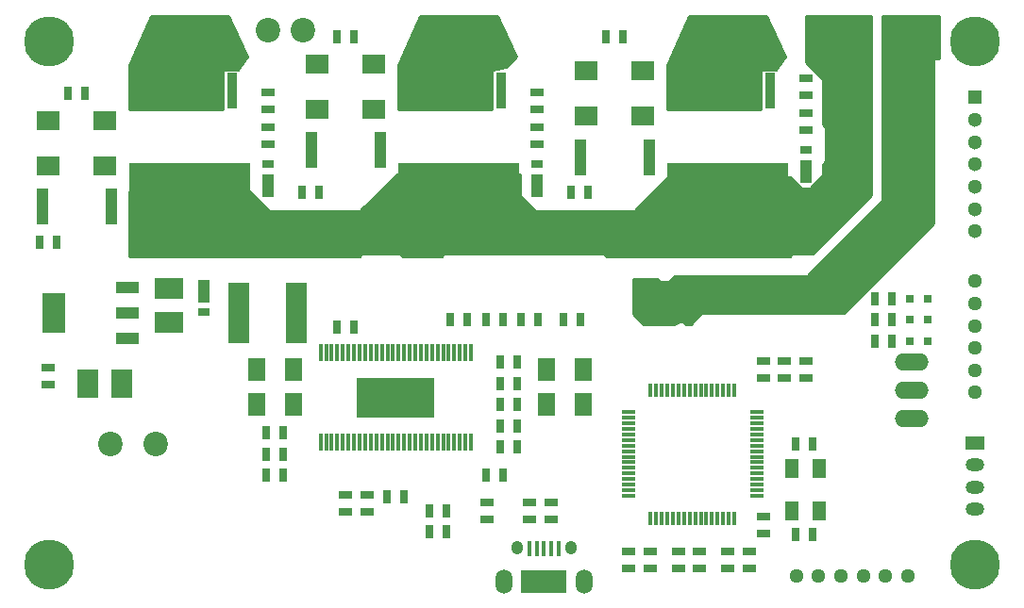
<source format=gts>
G04 #@! TF.FileFunction,Soldermask,Top*
%FSLAX46Y46*%
G04 Gerber Fmt 4.6, Leading zero omitted, Abs format (unit mm)*
G04 Created by KiCad (PCBNEW 4.0.7-e1-6374~58~ubuntu14.04.1) date Fri Aug 18 12:15:01 2017*
%MOMM*%
%LPD*%
G01*
G04 APERTURE LIST*
%ADD10C,0.100000*%
%ADD11R,1.524000X2.032000*%
%ADD12R,1.143000X0.635000*%
%ADD13R,0.635000X1.143000*%
%ADD14R,1.950720X2.499360*%
%ADD15R,1.849120X5.499100*%
%ADD16R,2.499360X1.950720*%
%ADD17R,1.100000X0.800000*%
%ADD18R,1.100000X2.000000*%
%ADD19R,2.159000X1.778000*%
%ADD20O,3.048000X1.524000*%
%ADD21C,1.300480*%
%ADD22R,1.300000X1.300000*%
%ADD23C,1.300000*%
%ADD24R,5.000000X4.000000*%
%ADD25R,1.699260X1.198880*%
%ADD26O,1.699260X1.198880*%
%ADD27R,10.800080X8.150860*%
%ADD28R,0.899160X3.200400*%
%ADD29R,1.000000X3.200000*%
%ADD30R,1.300480X0.300000*%
%ADD31R,0.300000X1.300480*%
%ADD32R,2.032000X3.657600*%
%ADD33R,2.032000X1.016000*%
%ADD34R,0.299720X1.501140*%
%ADD35R,7.000240X3.599180*%
%ADD36R,0.400000X1.350000*%
%ADD37O,1.050000X1.250000*%
%ADD38O,1.500000X2.200000*%
%ADD39R,4.100000X2.000000*%
%ADD40R,1.198880X1.800860*%
%ADD41R,0.800000X0.800000*%
%ADD42C,4.500000*%
%ADD43C,2.200000*%
%ADD44R,2.400000X2.400000*%
%ADD45C,2.400000*%
%ADD46C,0.254000*%
G04 APERTURE END LIST*
D10*
D11*
X89916000Y-65405000D03*
X86614000Y-65405000D03*
D12*
X106045000Y-78613000D03*
X106045000Y-80137000D03*
X95885000Y-81788000D03*
X95885000Y-83312000D03*
X102870000Y-81788000D03*
X102870000Y-83312000D03*
X100330000Y-81788000D03*
X100330000Y-83312000D03*
D11*
X89916000Y-68580000D03*
X86614000Y-68580000D03*
X60579000Y-68580000D03*
X63881000Y-68580000D03*
D13*
X110490000Y-80264000D03*
X108966000Y-80264000D03*
D12*
X68580000Y-76708000D03*
X68580000Y-78232000D03*
D13*
X77597000Y-80010000D03*
X76073000Y-80010000D03*
X72263000Y-76835000D03*
X73787000Y-76835000D03*
X82677000Y-74930000D03*
X81153000Y-74930000D03*
D12*
X41910000Y-65278000D03*
X41910000Y-66802000D03*
D14*
X45466000Y-66675000D03*
X48514000Y-66675000D03*
D12*
X70485000Y-76708000D03*
X70485000Y-78232000D03*
D13*
X69342000Y-61595000D03*
X67818000Y-61595000D03*
X77978000Y-60960000D03*
X79502000Y-60960000D03*
X81153000Y-60960000D03*
X82677000Y-60960000D03*
X108966000Y-72136000D03*
X110490000Y-72136000D03*
D11*
X60579000Y-65405000D03*
X63881000Y-65405000D03*
D12*
X106045000Y-64643000D03*
X106045000Y-66167000D03*
D13*
X43688000Y-40640000D03*
X45212000Y-40640000D03*
X67818000Y-35560000D03*
X69342000Y-35560000D03*
X91948000Y-35560000D03*
X93472000Y-35560000D03*
D15*
X59019440Y-60325000D03*
X64170560Y-60325000D03*
D13*
X77597000Y-78105000D03*
X76073000Y-78105000D03*
X62992000Y-71120000D03*
X61468000Y-71120000D03*
D16*
X52705000Y-58166000D03*
X52705000Y-61214000D03*
D13*
X83947000Y-64770000D03*
X82423000Y-64770000D03*
X83947000Y-66675000D03*
X82423000Y-66675000D03*
X83947000Y-68580000D03*
X82423000Y-68580000D03*
X83947000Y-70485000D03*
X82423000Y-70485000D03*
X83947000Y-72390000D03*
X82423000Y-72390000D03*
D17*
X61595000Y-47010000D03*
D18*
X61595000Y-48910000D03*
D17*
X85725000Y-47010000D03*
D18*
X85725000Y-48910000D03*
D17*
X109855000Y-45740000D03*
D18*
X109855000Y-47640000D03*
D19*
X46990000Y-47117000D03*
X46990000Y-43053000D03*
X41910000Y-43053000D03*
X41910000Y-47117000D03*
X71120000Y-42037000D03*
X71120000Y-37973000D03*
X66040000Y-37973000D03*
X66040000Y-42037000D03*
X95250000Y-42672000D03*
X95250000Y-38608000D03*
X90170000Y-38608000D03*
X90170000Y-42672000D03*
D17*
X55880000Y-60305000D03*
D18*
X55880000Y-58405000D03*
D20*
X119380000Y-69850000D03*
X119380000Y-67310000D03*
X119380000Y-64770000D03*
D21*
X112999240Y-84000000D03*
X115000760Y-84000000D03*
X116999740Y-84000000D03*
X119001260Y-84000000D03*
X111000260Y-84000000D03*
X108998740Y-84000000D03*
X125000000Y-63500760D03*
X125000000Y-61499240D03*
X125000000Y-59500260D03*
X125000000Y-57498740D03*
X125000000Y-65499740D03*
X125000000Y-67501260D03*
D22*
X125000000Y-40995440D03*
D23*
X125000000Y-44998480D03*
X125000000Y-42996960D03*
X125000000Y-46997460D03*
X125000000Y-48998980D03*
X125000000Y-51000500D03*
X125000000Y-52999480D03*
D24*
X112395000Y-35560000D03*
X119380000Y-35560000D03*
X102870000Y-35560000D03*
X78740000Y-35560000D03*
X54610000Y-35560000D03*
D25*
X125000000Y-71997720D03*
D26*
X125000000Y-76000760D03*
X125000000Y-73999240D03*
X125000000Y-77999740D03*
D27*
X54610000Y-50985420D03*
D28*
X58420000Y-40383460D03*
X57150000Y-40383460D03*
X55880000Y-40383460D03*
X53340000Y-40383460D03*
X52070000Y-40383460D03*
X50800000Y-40383460D03*
D27*
X78740000Y-50985420D03*
D28*
X82550000Y-40383460D03*
X81280000Y-40383460D03*
X80010000Y-40383460D03*
X77470000Y-40383460D03*
X76200000Y-40383460D03*
X74930000Y-40383460D03*
D27*
X102870000Y-50985420D03*
D28*
X106680000Y-40383460D03*
X105410000Y-40383460D03*
X104140000Y-40383460D03*
X101600000Y-40383460D03*
X100330000Y-40383460D03*
X99060000Y-40383460D03*
D12*
X109855000Y-64643000D03*
X109855000Y-66167000D03*
X107950000Y-64643000D03*
X107950000Y-66167000D03*
X81280000Y-78867000D03*
X81280000Y-77343000D03*
X98425000Y-83312000D03*
X98425000Y-81788000D03*
X104775000Y-83312000D03*
X104775000Y-81788000D03*
X93980000Y-83312000D03*
X93980000Y-81788000D03*
D29*
X47550000Y-50800000D03*
X41350000Y-50800000D03*
X71680000Y-45720000D03*
X65480000Y-45720000D03*
D13*
X61468000Y-74930000D03*
X62992000Y-74930000D03*
X62992000Y-73025000D03*
X61468000Y-73025000D03*
X117602000Y-62865000D03*
X116078000Y-62865000D03*
X90297000Y-49530000D03*
X88773000Y-49530000D03*
X66167000Y-49530000D03*
X64643000Y-49530000D03*
D12*
X61595000Y-43688000D03*
X61595000Y-45212000D03*
D13*
X41148000Y-53975000D03*
X42672000Y-53975000D03*
D12*
X85725000Y-43688000D03*
X85725000Y-45212000D03*
D13*
X117602000Y-60960000D03*
X116078000Y-60960000D03*
X117602000Y-59055000D03*
X116078000Y-59055000D03*
D29*
X95810000Y-46355000D03*
X89610000Y-46355000D03*
D12*
X109855000Y-42418000D03*
X109855000Y-43942000D03*
D13*
X89662000Y-60960000D03*
X88138000Y-60960000D03*
X85852000Y-60960000D03*
X84328000Y-60960000D03*
D12*
X85090000Y-77343000D03*
X85090000Y-78867000D03*
X86995000Y-77343000D03*
X86995000Y-78867000D03*
D30*
X105445560Y-75275440D03*
X105445560Y-74775060D03*
X105445560Y-74274680D03*
X105445560Y-73774300D03*
X105445560Y-73273920D03*
X105445560Y-76774040D03*
X105445560Y-76276200D03*
X105445560Y-75775820D03*
D31*
X103444040Y-67274440D03*
X102946200Y-67274440D03*
X102445820Y-67274440D03*
X101945440Y-67274440D03*
X101445060Y-67274440D03*
X100944680Y-67274440D03*
X100444300Y-67274440D03*
X99943920Y-67274440D03*
D30*
X93944440Y-69275960D03*
X93944440Y-69773800D03*
X93944440Y-70274180D03*
X93944440Y-70774560D03*
X93944440Y-71274940D03*
X93944440Y-71775320D03*
X93944440Y-72275700D03*
X93944440Y-72776080D03*
D31*
X95945960Y-78775560D03*
X96443800Y-78775560D03*
X96944180Y-78775560D03*
X97444560Y-78775560D03*
X97944940Y-78775560D03*
X98445320Y-78775560D03*
X98945700Y-78775560D03*
X99446080Y-78775560D03*
D30*
X105445560Y-72776080D03*
X105445560Y-72275700D03*
X105445560Y-71775320D03*
D31*
X99446080Y-67274440D03*
X98945700Y-67274440D03*
X98445320Y-67274440D03*
D30*
X93944440Y-73273920D03*
X93944440Y-73774300D03*
X93944440Y-74274680D03*
D31*
X99943920Y-78775560D03*
X100444300Y-78775560D03*
X100944680Y-78775560D03*
D30*
X105445560Y-71274940D03*
X105445560Y-70774560D03*
X105445560Y-70274180D03*
X105445560Y-69773800D03*
X105445560Y-69275960D03*
D31*
X97944940Y-67274440D03*
X97444560Y-67274440D03*
X96944180Y-67274440D03*
X96443800Y-67274440D03*
X95945960Y-67274440D03*
D30*
X93944440Y-74775060D03*
X93944440Y-75275440D03*
X93944440Y-75775820D03*
X93944440Y-76276200D03*
X93944440Y-76774040D03*
D31*
X101445060Y-78775560D03*
X101945440Y-78775560D03*
X102445820Y-78775560D03*
X102946200Y-78775560D03*
X103444040Y-78775560D03*
D32*
X42418000Y-60325000D03*
D33*
X49022000Y-60325000D03*
X49022000Y-58039000D03*
X49022000Y-62611000D03*
D34*
X75328780Y-63944500D03*
X74828400Y-63944500D03*
X74328020Y-63944500D03*
X73827640Y-63944500D03*
X73327260Y-63944500D03*
X72829420Y-63944500D03*
X72329040Y-63944500D03*
X71828660Y-63944500D03*
X71328280Y-63944500D03*
X70827900Y-63944500D03*
X70327520Y-63944500D03*
X79827120Y-63944500D03*
X79329280Y-63944500D03*
X78828900Y-63944500D03*
X74328020Y-71945500D03*
X77828140Y-63944500D03*
X77327760Y-63944500D03*
X76827380Y-63944500D03*
X76329540Y-63944500D03*
X75829160Y-63944500D03*
X71828660Y-71945500D03*
X72329040Y-71945500D03*
X72829420Y-71945500D03*
X73327260Y-71945500D03*
X73827640Y-71945500D03*
X78328520Y-63944500D03*
X74828400Y-71945500D03*
X75328780Y-71945500D03*
X75829160Y-71945500D03*
X76329540Y-71945500D03*
X76827380Y-71945500D03*
X77327760Y-71945500D03*
X77828140Y-71945500D03*
X66329560Y-71945500D03*
X66827400Y-71945500D03*
X67327780Y-71945500D03*
X67828160Y-71945500D03*
X68328540Y-71945500D03*
X68828920Y-71945500D03*
X69329300Y-71945500D03*
X69827140Y-71945500D03*
X70327520Y-71945500D03*
X70827900Y-71945500D03*
X71328280Y-71945500D03*
X78328520Y-71945500D03*
X78828900Y-71945500D03*
X79329280Y-71945500D03*
X79827120Y-71945500D03*
X69827140Y-63944500D03*
X69329300Y-63944500D03*
X68828920Y-63944500D03*
X68328540Y-63944500D03*
X67828160Y-63944500D03*
X67327780Y-63944500D03*
X66827400Y-63944500D03*
X66329560Y-63944500D03*
D35*
X73025000Y-67945000D03*
D36*
X85060000Y-81555000D03*
X85710000Y-81555000D03*
X86360000Y-81555000D03*
X87010000Y-81555000D03*
X87660000Y-81555000D03*
D37*
X83935000Y-81455000D03*
X88785000Y-81455000D03*
D38*
X82760000Y-84455000D03*
X89960000Y-84455000D03*
D39*
X86360000Y-84455000D03*
D40*
X108605320Y-78099920D03*
X111104680Y-78099920D03*
X111104680Y-74300080D03*
X108605320Y-74300080D03*
D41*
X119215000Y-60960000D03*
X120815000Y-60960000D03*
X119215000Y-59055000D03*
X120815000Y-59055000D03*
X119215000Y-62865000D03*
X120815000Y-62865000D03*
D12*
X61595000Y-40513000D03*
X61595000Y-42037000D03*
X85725000Y-40513000D03*
X85725000Y-42037000D03*
X109855000Y-39243000D03*
X109855000Y-40767000D03*
D42*
X125010000Y-36000000D03*
X42010000Y-36000000D03*
X125010000Y-83000000D03*
X42010000Y-83000000D03*
D13*
X115443000Y-46355000D03*
X116967000Y-46355000D03*
X115443000Y-48895000D03*
X116967000Y-48895000D03*
D43*
X64770000Y-34925000D03*
X61595000Y-34925000D03*
X51562000Y-72136000D03*
X47498000Y-72136000D03*
D44*
X113665000Y-40005000D03*
D45*
X118665000Y-40005000D03*
D44*
X113665000Y-43180000D03*
D45*
X118665000Y-43180000D03*
D46*
G36*
X115697000Y-49731394D02*
X110437394Y-54991000D01*
X108712000Y-54991000D01*
X108662590Y-55001006D01*
X108622197Y-55028197D01*
X108405394Y-55245000D01*
X92000606Y-55245000D01*
X91783803Y-55028197D01*
X91741789Y-55000334D01*
X91694000Y-54991000D01*
X77470000Y-54991000D01*
X77420590Y-55001006D01*
X77380197Y-55028197D01*
X77163394Y-55245000D01*
X73712606Y-55245000D01*
X73495803Y-55028197D01*
X73453789Y-55000334D01*
X73406000Y-54991000D01*
X70104000Y-54991000D01*
X70054590Y-55001006D01*
X70014197Y-55028197D01*
X69797394Y-55245000D01*
X49149000Y-55245000D01*
X49149000Y-49403000D01*
X59891394Y-49403000D01*
X61632197Y-51143803D01*
X61674211Y-51171666D01*
X61722000Y-51181000D01*
X69850000Y-51181000D01*
X69899410Y-51170994D01*
X69939803Y-51143803D01*
X73204606Y-47879000D01*
X84201000Y-47879000D01*
X84201000Y-49784000D01*
X84211006Y-49833410D01*
X84238197Y-49873803D01*
X85508197Y-51143803D01*
X85550211Y-51171666D01*
X85598000Y-51181000D01*
X94488000Y-51181000D01*
X94537410Y-51170994D01*
X94577803Y-51143803D01*
X97371803Y-48349803D01*
X97399666Y-48307789D01*
X97409000Y-48260000D01*
X97409000Y-48133000D01*
X108405394Y-48133000D01*
X109384197Y-49111803D01*
X109426211Y-49139666D01*
X109474000Y-49149000D01*
X110236000Y-49149000D01*
X110285410Y-49138994D01*
X110325803Y-49111803D01*
X111341803Y-48095803D01*
X111369666Y-48053789D01*
X111379000Y-48006000D01*
X111379000Y-47042606D01*
X111595803Y-46825803D01*
X111623666Y-46783789D01*
X111633000Y-46736000D01*
X111633000Y-43688000D01*
X111622994Y-43638590D01*
X111595803Y-43598197D01*
X111379000Y-43381394D01*
X111379000Y-39370000D01*
X111368994Y-39320590D01*
X111341803Y-39280197D01*
X109855000Y-37793394D01*
X109855000Y-33655000D01*
X115697000Y-33655000D01*
X115697000Y-49731394D01*
X115697000Y-49731394D01*
G37*
X115697000Y-49731394D02*
X110437394Y-54991000D01*
X108712000Y-54991000D01*
X108662590Y-55001006D01*
X108622197Y-55028197D01*
X108405394Y-55245000D01*
X92000606Y-55245000D01*
X91783803Y-55028197D01*
X91741789Y-55000334D01*
X91694000Y-54991000D01*
X77470000Y-54991000D01*
X77420590Y-55001006D01*
X77380197Y-55028197D01*
X77163394Y-55245000D01*
X73712606Y-55245000D01*
X73495803Y-55028197D01*
X73453789Y-55000334D01*
X73406000Y-54991000D01*
X70104000Y-54991000D01*
X70054590Y-55001006D01*
X70014197Y-55028197D01*
X69797394Y-55245000D01*
X49149000Y-55245000D01*
X49149000Y-49403000D01*
X59891394Y-49403000D01*
X61632197Y-51143803D01*
X61674211Y-51171666D01*
X61722000Y-51181000D01*
X69850000Y-51181000D01*
X69899410Y-51170994D01*
X69939803Y-51143803D01*
X73204606Y-47879000D01*
X84201000Y-47879000D01*
X84201000Y-49784000D01*
X84211006Y-49833410D01*
X84238197Y-49873803D01*
X85508197Y-51143803D01*
X85550211Y-51171666D01*
X85598000Y-51181000D01*
X94488000Y-51181000D01*
X94537410Y-51170994D01*
X94577803Y-51143803D01*
X97371803Y-48349803D01*
X97399666Y-48307789D01*
X97409000Y-48260000D01*
X97409000Y-48133000D01*
X108405394Y-48133000D01*
X109384197Y-49111803D01*
X109426211Y-49139666D01*
X109474000Y-49149000D01*
X110236000Y-49149000D01*
X110285410Y-49138994D01*
X110325803Y-49111803D01*
X111341803Y-48095803D01*
X111369666Y-48053789D01*
X111379000Y-48006000D01*
X111379000Y-47042606D01*
X111595803Y-46825803D01*
X111623666Y-46783789D01*
X111633000Y-46736000D01*
X111633000Y-43688000D01*
X111622994Y-43638590D01*
X111595803Y-43598197D01*
X111379000Y-43381394D01*
X111379000Y-39370000D01*
X111368994Y-39320590D01*
X111341803Y-39280197D01*
X109855000Y-37793394D01*
X109855000Y-33655000D01*
X115697000Y-33655000D01*
X115697000Y-49731394D01*
G36*
X108055566Y-37320244D02*
X107126961Y-38481000D01*
X105918000Y-38481000D01*
X105868590Y-38491006D01*
X105826965Y-38519447D01*
X105799685Y-38561841D01*
X105791000Y-38608000D01*
X105791000Y-42037000D01*
X97409000Y-42037000D01*
X97409000Y-38126952D01*
X99396534Y-33655000D01*
X106345119Y-33655000D01*
X108055566Y-37320244D01*
X108055566Y-37320244D01*
G37*
X108055566Y-37320244D02*
X107126961Y-38481000D01*
X105918000Y-38481000D01*
X105868590Y-38491006D01*
X105826965Y-38519447D01*
X105799685Y-38561841D01*
X105791000Y-38608000D01*
X105791000Y-42037000D01*
X97409000Y-42037000D01*
X97409000Y-38126952D01*
X99396534Y-33655000D01*
X106345119Y-33655000D01*
X108055566Y-37320244D01*
G36*
X83921297Y-37311097D02*
X82995387Y-38237007D01*
X81763093Y-38483466D01*
X81716605Y-38502968D01*
X81681366Y-38539020D01*
X81661000Y-38608000D01*
X81661000Y-42037000D01*
X73279000Y-42037000D01*
X73279000Y-38126952D01*
X75266534Y-33655000D01*
X82215119Y-33655000D01*
X83921297Y-37311097D01*
X83921297Y-37311097D01*
G37*
X83921297Y-37311097D02*
X82995387Y-38237007D01*
X81763093Y-38483466D01*
X81716605Y-38502968D01*
X81681366Y-38539020D01*
X81661000Y-38608000D01*
X81661000Y-42037000D01*
X73279000Y-42037000D01*
X73279000Y-38126952D01*
X75266534Y-33655000D01*
X82215119Y-33655000D01*
X83921297Y-37311097D01*
G36*
X59795566Y-37320244D02*
X58866961Y-38481000D01*
X57658000Y-38481000D01*
X57608590Y-38491006D01*
X57566965Y-38519447D01*
X57539685Y-38561841D01*
X57531000Y-38608000D01*
X57531000Y-42037000D01*
X49149000Y-42037000D01*
X49149000Y-38126952D01*
X51136534Y-33655000D01*
X58085119Y-33655000D01*
X59795566Y-37320244D01*
X59795566Y-37320244D01*
G37*
X59795566Y-37320244D02*
X58866961Y-38481000D01*
X57658000Y-38481000D01*
X57608590Y-38491006D01*
X57566965Y-38519447D01*
X57539685Y-38561841D01*
X57531000Y-38608000D01*
X57531000Y-42037000D01*
X49149000Y-42037000D01*
X49149000Y-38126952D01*
X51136534Y-33655000D01*
X58085119Y-33655000D01*
X59795566Y-37320244D01*
G36*
X121793000Y-37465000D02*
X121412000Y-37465000D01*
X121362590Y-37475006D01*
X121320965Y-37503447D01*
X121293685Y-37545841D01*
X121285000Y-37592000D01*
X121285000Y-52271394D01*
X113231394Y-60325000D01*
X100584000Y-60325000D01*
X100534590Y-60335006D01*
X100494197Y-60362197D01*
X99515394Y-61341000D01*
X99112606Y-61341000D01*
X98895803Y-61124197D01*
X98853789Y-61096334D01*
X98806000Y-61087000D01*
X98552000Y-61087000D01*
X98495204Y-61100408D01*
X98014020Y-61341000D01*
X95302606Y-61341000D01*
X94361000Y-60399394D01*
X94361000Y-57277000D01*
X96467394Y-57277000D01*
X96684197Y-57493803D01*
X96726211Y-57521666D01*
X96774000Y-57531000D01*
X97536000Y-57531000D01*
X97585410Y-57520994D01*
X97625803Y-57493803D01*
X98096606Y-57023000D01*
X109982000Y-57023000D01*
X110031410Y-57012994D01*
X110071803Y-56985803D01*
X116675803Y-50381803D01*
X116703666Y-50339789D01*
X116713000Y-50292000D01*
X116713000Y-33655000D01*
X121793000Y-33655000D01*
X121793000Y-37465000D01*
X121793000Y-37465000D01*
G37*
X121793000Y-37465000D02*
X121412000Y-37465000D01*
X121362590Y-37475006D01*
X121320965Y-37503447D01*
X121293685Y-37545841D01*
X121285000Y-37592000D01*
X121285000Y-52271394D01*
X113231394Y-60325000D01*
X100584000Y-60325000D01*
X100534590Y-60335006D01*
X100494197Y-60362197D01*
X99515394Y-61341000D01*
X99112606Y-61341000D01*
X98895803Y-61124197D01*
X98853789Y-61096334D01*
X98806000Y-61087000D01*
X98552000Y-61087000D01*
X98495204Y-61100408D01*
X98014020Y-61341000D01*
X95302606Y-61341000D01*
X94361000Y-60399394D01*
X94361000Y-57277000D01*
X96467394Y-57277000D01*
X96684197Y-57493803D01*
X96726211Y-57521666D01*
X96774000Y-57531000D01*
X97536000Y-57531000D01*
X97585410Y-57520994D01*
X97625803Y-57493803D01*
X98096606Y-57023000D01*
X109982000Y-57023000D01*
X110031410Y-57012994D01*
X110071803Y-56985803D01*
X116675803Y-50381803D01*
X116703666Y-50339789D01*
X116713000Y-50292000D01*
X116713000Y-33655000D01*
X121793000Y-33655000D01*
X121793000Y-37465000D01*
M02*

</source>
